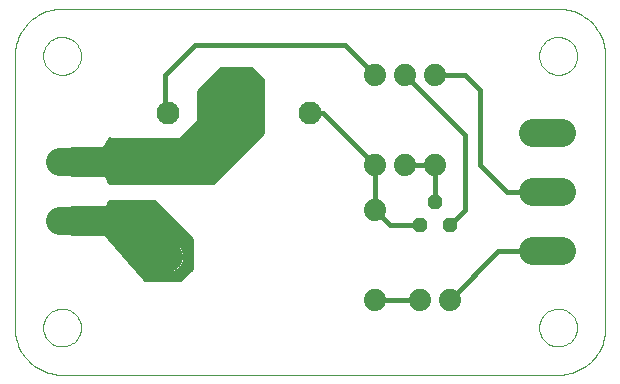
<source format=gtl>
G75*
G70*
%OFA0B0*%
%FSLAX24Y24*%
%IPPOS*%
%LPD*%
%AMOC8*
5,1,8,0,0,1.08239X$1,22.5*
%
%ADD10C,0.0740*%
%ADD11C,0.0937*%
%ADD12OC8,0.0480*%
%ADD13C,0.0768*%
%ADD14C,0.0000*%
%ADD15C,0.0160*%
%ADD16C,0.0100*%
%ADD17C,0.1000*%
D10*
X015135Y005916D03*
X016635Y005916D03*
X017635Y005916D03*
X015135Y008916D03*
X015135Y010416D03*
X016135Y010416D03*
X017135Y010416D03*
X017135Y013416D03*
X016135Y013416D03*
X015135Y013416D03*
D11*
X020422Y011475D02*
X021359Y011475D01*
X021359Y009506D02*
X020422Y009506D01*
X020422Y007538D02*
X021359Y007538D01*
X005591Y008534D02*
X004654Y008534D01*
X004654Y010502D02*
X005591Y010502D01*
D12*
X016635Y008416D03*
X017635Y008416D03*
X017135Y009166D03*
D13*
X012977Y012156D03*
X010615Y012943D03*
X008253Y012156D03*
X008253Y007353D03*
D14*
X004709Y003416D02*
X021245Y003416D01*
X020615Y004990D02*
X020617Y005040D01*
X020623Y005090D01*
X020633Y005139D01*
X020647Y005187D01*
X020664Y005234D01*
X020685Y005279D01*
X020710Y005323D01*
X020738Y005364D01*
X020770Y005403D01*
X020804Y005440D01*
X020841Y005474D01*
X020881Y005504D01*
X020923Y005531D01*
X020967Y005555D01*
X021013Y005576D01*
X021060Y005592D01*
X021108Y005605D01*
X021158Y005614D01*
X021207Y005619D01*
X021258Y005620D01*
X021308Y005617D01*
X021357Y005610D01*
X021406Y005599D01*
X021454Y005584D01*
X021500Y005566D01*
X021545Y005544D01*
X021588Y005518D01*
X021629Y005489D01*
X021668Y005457D01*
X021704Y005422D01*
X021736Y005384D01*
X021766Y005344D01*
X021793Y005301D01*
X021816Y005257D01*
X021835Y005211D01*
X021851Y005163D01*
X021863Y005114D01*
X021871Y005065D01*
X021875Y005015D01*
X021875Y004965D01*
X021871Y004915D01*
X021863Y004866D01*
X021851Y004817D01*
X021835Y004769D01*
X021816Y004723D01*
X021793Y004679D01*
X021766Y004636D01*
X021736Y004596D01*
X021704Y004558D01*
X021668Y004523D01*
X021629Y004491D01*
X021588Y004462D01*
X021545Y004436D01*
X021500Y004414D01*
X021454Y004396D01*
X021406Y004381D01*
X021357Y004370D01*
X021308Y004363D01*
X021258Y004360D01*
X021207Y004361D01*
X021158Y004366D01*
X021108Y004375D01*
X021060Y004388D01*
X021013Y004404D01*
X020967Y004425D01*
X020923Y004449D01*
X020881Y004476D01*
X020841Y004506D01*
X020804Y004540D01*
X020770Y004577D01*
X020738Y004616D01*
X020710Y004657D01*
X020685Y004701D01*
X020664Y004746D01*
X020647Y004793D01*
X020633Y004841D01*
X020623Y004890D01*
X020617Y004940D01*
X020615Y004990D01*
X021245Y003415D02*
X021322Y003417D01*
X021399Y003423D01*
X021476Y003432D01*
X021552Y003445D01*
X021628Y003462D01*
X021702Y003483D01*
X021776Y003507D01*
X021848Y003535D01*
X021918Y003566D01*
X021987Y003601D01*
X022055Y003639D01*
X022120Y003680D01*
X022183Y003725D01*
X022244Y003773D01*
X022303Y003823D01*
X022359Y003876D01*
X022412Y003932D01*
X022462Y003991D01*
X022510Y004052D01*
X022555Y004115D01*
X022596Y004180D01*
X022634Y004248D01*
X022669Y004317D01*
X022700Y004387D01*
X022728Y004459D01*
X022752Y004533D01*
X022773Y004607D01*
X022790Y004683D01*
X022803Y004759D01*
X022812Y004836D01*
X022818Y004913D01*
X022820Y004990D01*
X022820Y014046D01*
X020615Y014046D02*
X020617Y014096D01*
X020623Y014146D01*
X020633Y014195D01*
X020647Y014243D01*
X020664Y014290D01*
X020685Y014335D01*
X020710Y014379D01*
X020738Y014420D01*
X020770Y014459D01*
X020804Y014496D01*
X020841Y014530D01*
X020881Y014560D01*
X020923Y014587D01*
X020967Y014611D01*
X021013Y014632D01*
X021060Y014648D01*
X021108Y014661D01*
X021158Y014670D01*
X021207Y014675D01*
X021258Y014676D01*
X021308Y014673D01*
X021357Y014666D01*
X021406Y014655D01*
X021454Y014640D01*
X021500Y014622D01*
X021545Y014600D01*
X021588Y014574D01*
X021629Y014545D01*
X021668Y014513D01*
X021704Y014478D01*
X021736Y014440D01*
X021766Y014400D01*
X021793Y014357D01*
X021816Y014313D01*
X021835Y014267D01*
X021851Y014219D01*
X021863Y014170D01*
X021871Y014121D01*
X021875Y014071D01*
X021875Y014021D01*
X021871Y013971D01*
X021863Y013922D01*
X021851Y013873D01*
X021835Y013825D01*
X021816Y013779D01*
X021793Y013735D01*
X021766Y013692D01*
X021736Y013652D01*
X021704Y013614D01*
X021668Y013579D01*
X021629Y013547D01*
X021588Y013518D01*
X021545Y013492D01*
X021500Y013470D01*
X021454Y013452D01*
X021406Y013437D01*
X021357Y013426D01*
X021308Y013419D01*
X021258Y013416D01*
X021207Y013417D01*
X021158Y013422D01*
X021108Y013431D01*
X021060Y013444D01*
X021013Y013460D01*
X020967Y013481D01*
X020923Y013505D01*
X020881Y013532D01*
X020841Y013562D01*
X020804Y013596D01*
X020770Y013633D01*
X020738Y013672D01*
X020710Y013713D01*
X020685Y013757D01*
X020664Y013802D01*
X020647Y013849D01*
X020633Y013897D01*
X020623Y013946D01*
X020617Y013996D01*
X020615Y014046D01*
X021245Y015621D02*
X021322Y015619D01*
X021399Y015613D01*
X021476Y015604D01*
X021552Y015591D01*
X021628Y015574D01*
X021702Y015553D01*
X021776Y015529D01*
X021848Y015501D01*
X021918Y015470D01*
X021987Y015435D01*
X022055Y015397D01*
X022120Y015356D01*
X022183Y015311D01*
X022244Y015263D01*
X022303Y015213D01*
X022359Y015160D01*
X022412Y015104D01*
X022462Y015045D01*
X022510Y014984D01*
X022555Y014921D01*
X022596Y014856D01*
X022634Y014788D01*
X022669Y014719D01*
X022700Y014649D01*
X022728Y014577D01*
X022752Y014503D01*
X022773Y014429D01*
X022790Y014353D01*
X022803Y014277D01*
X022812Y014200D01*
X022818Y014123D01*
X022820Y014046D01*
X021245Y015620D02*
X004709Y015620D01*
X004079Y014046D02*
X004081Y014096D01*
X004087Y014146D01*
X004097Y014195D01*
X004111Y014243D01*
X004128Y014290D01*
X004149Y014335D01*
X004174Y014379D01*
X004202Y014420D01*
X004234Y014459D01*
X004268Y014496D01*
X004305Y014530D01*
X004345Y014560D01*
X004387Y014587D01*
X004431Y014611D01*
X004477Y014632D01*
X004524Y014648D01*
X004572Y014661D01*
X004622Y014670D01*
X004671Y014675D01*
X004722Y014676D01*
X004772Y014673D01*
X004821Y014666D01*
X004870Y014655D01*
X004918Y014640D01*
X004964Y014622D01*
X005009Y014600D01*
X005052Y014574D01*
X005093Y014545D01*
X005132Y014513D01*
X005168Y014478D01*
X005200Y014440D01*
X005230Y014400D01*
X005257Y014357D01*
X005280Y014313D01*
X005299Y014267D01*
X005315Y014219D01*
X005327Y014170D01*
X005335Y014121D01*
X005339Y014071D01*
X005339Y014021D01*
X005335Y013971D01*
X005327Y013922D01*
X005315Y013873D01*
X005299Y013825D01*
X005280Y013779D01*
X005257Y013735D01*
X005230Y013692D01*
X005200Y013652D01*
X005168Y013614D01*
X005132Y013579D01*
X005093Y013547D01*
X005052Y013518D01*
X005009Y013492D01*
X004964Y013470D01*
X004918Y013452D01*
X004870Y013437D01*
X004821Y013426D01*
X004772Y013419D01*
X004722Y013416D01*
X004671Y013417D01*
X004622Y013422D01*
X004572Y013431D01*
X004524Y013444D01*
X004477Y013460D01*
X004431Y013481D01*
X004387Y013505D01*
X004345Y013532D01*
X004305Y013562D01*
X004268Y013596D01*
X004234Y013633D01*
X004202Y013672D01*
X004174Y013713D01*
X004149Y013757D01*
X004128Y013802D01*
X004111Y013849D01*
X004097Y013897D01*
X004087Y013946D01*
X004081Y013996D01*
X004079Y014046D01*
X003134Y014046D02*
X003136Y014123D01*
X003142Y014200D01*
X003151Y014277D01*
X003164Y014353D01*
X003181Y014429D01*
X003202Y014503D01*
X003226Y014577D01*
X003254Y014649D01*
X003285Y014719D01*
X003320Y014788D01*
X003358Y014856D01*
X003399Y014921D01*
X003444Y014984D01*
X003492Y015045D01*
X003542Y015104D01*
X003595Y015160D01*
X003651Y015213D01*
X003710Y015263D01*
X003771Y015311D01*
X003834Y015356D01*
X003899Y015397D01*
X003967Y015435D01*
X004036Y015470D01*
X004106Y015501D01*
X004178Y015529D01*
X004252Y015553D01*
X004326Y015574D01*
X004402Y015591D01*
X004478Y015604D01*
X004555Y015613D01*
X004632Y015619D01*
X004709Y015621D01*
X003135Y014046D02*
X003135Y004990D01*
X004079Y004990D02*
X004081Y005040D01*
X004087Y005090D01*
X004097Y005139D01*
X004111Y005187D01*
X004128Y005234D01*
X004149Y005279D01*
X004174Y005323D01*
X004202Y005364D01*
X004234Y005403D01*
X004268Y005440D01*
X004305Y005474D01*
X004345Y005504D01*
X004387Y005531D01*
X004431Y005555D01*
X004477Y005576D01*
X004524Y005592D01*
X004572Y005605D01*
X004622Y005614D01*
X004671Y005619D01*
X004722Y005620D01*
X004772Y005617D01*
X004821Y005610D01*
X004870Y005599D01*
X004918Y005584D01*
X004964Y005566D01*
X005009Y005544D01*
X005052Y005518D01*
X005093Y005489D01*
X005132Y005457D01*
X005168Y005422D01*
X005200Y005384D01*
X005230Y005344D01*
X005257Y005301D01*
X005280Y005257D01*
X005299Y005211D01*
X005315Y005163D01*
X005327Y005114D01*
X005335Y005065D01*
X005339Y005015D01*
X005339Y004965D01*
X005335Y004915D01*
X005327Y004866D01*
X005315Y004817D01*
X005299Y004769D01*
X005280Y004723D01*
X005257Y004679D01*
X005230Y004636D01*
X005200Y004596D01*
X005168Y004558D01*
X005132Y004523D01*
X005093Y004491D01*
X005052Y004462D01*
X005009Y004436D01*
X004964Y004414D01*
X004918Y004396D01*
X004870Y004381D01*
X004821Y004370D01*
X004772Y004363D01*
X004722Y004360D01*
X004671Y004361D01*
X004622Y004366D01*
X004572Y004375D01*
X004524Y004388D01*
X004477Y004404D01*
X004431Y004425D01*
X004387Y004449D01*
X004345Y004476D01*
X004305Y004506D01*
X004268Y004540D01*
X004234Y004577D01*
X004202Y004616D01*
X004174Y004657D01*
X004149Y004701D01*
X004128Y004746D01*
X004111Y004793D01*
X004097Y004841D01*
X004087Y004890D01*
X004081Y004940D01*
X004079Y004990D01*
X003134Y004990D02*
X003136Y004913D01*
X003142Y004836D01*
X003151Y004759D01*
X003164Y004683D01*
X003181Y004607D01*
X003202Y004533D01*
X003226Y004459D01*
X003254Y004387D01*
X003285Y004317D01*
X003320Y004248D01*
X003358Y004180D01*
X003399Y004115D01*
X003444Y004052D01*
X003492Y003991D01*
X003542Y003932D01*
X003595Y003876D01*
X003651Y003823D01*
X003710Y003773D01*
X003771Y003725D01*
X003834Y003680D01*
X003899Y003639D01*
X003967Y003601D01*
X004036Y003566D01*
X004106Y003535D01*
X004178Y003507D01*
X004252Y003483D01*
X004326Y003462D01*
X004402Y003445D01*
X004478Y003432D01*
X004555Y003423D01*
X004632Y003417D01*
X004709Y003415D01*
D15*
X015135Y005916D02*
X016635Y005916D01*
X017635Y005916D02*
X019257Y007538D01*
X020891Y007538D01*
X018135Y008916D02*
X018135Y011416D01*
X016135Y013416D01*
X017135Y013416D02*
X018135Y013416D01*
X018635Y012916D01*
X018635Y010416D01*
X019535Y009516D01*
X020891Y009506D01*
X018135Y008916D02*
X017635Y008416D01*
X016635Y008416D02*
X015635Y008416D01*
X015135Y008916D01*
X015135Y010416D01*
X013394Y012156D01*
X012977Y012156D01*
X015135Y013416D02*
X014135Y014416D01*
X009135Y014416D01*
X008135Y013416D01*
X008135Y012416D01*
X008253Y012298D01*
X008253Y012156D01*
X016135Y010416D02*
X017135Y010416D01*
X017135Y009166D01*
D16*
X011402Y011486D02*
X009738Y009794D01*
X006285Y009816D01*
X006188Y010040D01*
X006096Y010144D01*
X006120Y010178D01*
X006165Y010265D01*
X006195Y010357D01*
X006210Y010452D01*
X005824Y010452D01*
X005791Y010490D01*
X005829Y010552D01*
X006210Y010552D01*
X006195Y010647D01*
X006165Y010740D01*
X006120Y010826D01*
X006063Y010905D01*
X006053Y010915D01*
X006284Y011290D01*
X006297Y011294D01*
X006311Y011294D01*
X006324Y011290D01*
X008646Y011290D01*
X009237Y011880D01*
X009237Y012864D01*
X010024Y013652D01*
X011009Y013652D01*
X011402Y013258D01*
X011402Y011486D01*
X011402Y011493D02*
X008849Y011493D01*
X008751Y011394D02*
X011312Y011394D01*
X011215Y011296D02*
X008652Y011296D01*
X008948Y011591D02*
X011402Y011591D01*
X011402Y011690D02*
X009046Y011690D01*
X009145Y011788D02*
X011402Y011788D01*
X011402Y011887D02*
X009237Y011887D01*
X009237Y011985D02*
X011402Y011985D01*
X011402Y012084D02*
X009237Y012084D01*
X009237Y012182D02*
X011402Y012182D01*
X011402Y012281D02*
X009237Y012281D01*
X009237Y012379D02*
X011402Y012379D01*
X011402Y012478D02*
X010877Y012478D01*
X010895Y012487D02*
X010820Y012448D01*
X010740Y012422D01*
X010665Y012411D01*
X010665Y012893D01*
X010565Y012893D01*
X010565Y012411D01*
X010490Y012422D01*
X010410Y012448D01*
X010335Y012487D01*
X010267Y012536D01*
X010208Y012595D01*
X010158Y012663D01*
X010120Y012738D01*
X010094Y012818D01*
X010082Y012893D01*
X010565Y012893D01*
X010565Y012993D01*
X010082Y012993D01*
X010094Y013068D01*
X010120Y013148D01*
X010158Y013223D01*
X010208Y013291D01*
X010267Y013350D01*
X010335Y013400D01*
X010410Y013438D01*
X010490Y013464D01*
X010565Y013476D01*
X010565Y012993D01*
X010665Y012993D01*
X011148Y012993D01*
X011136Y013068D01*
X011110Y013148D01*
X011072Y013223D01*
X011022Y013291D01*
X010963Y013350D01*
X010895Y013400D01*
X010820Y013438D01*
X010740Y013464D01*
X010665Y013476D01*
X010665Y012993D01*
X010665Y012893D01*
X011148Y012893D01*
X011136Y012818D01*
X011110Y012738D01*
X011072Y012663D01*
X011022Y012595D01*
X010963Y012536D01*
X010895Y012487D01*
X011003Y012576D02*
X011402Y012576D01*
X011402Y012675D02*
X011077Y012675D01*
X011121Y012773D02*
X011402Y012773D01*
X011402Y012872D02*
X011144Y012872D01*
X011136Y013069D02*
X011402Y013069D01*
X011402Y013167D02*
X011100Y013167D01*
X011041Y013266D02*
X011395Y013266D01*
X011296Y013364D02*
X010944Y013364D01*
X010744Y013463D02*
X011198Y013463D01*
X011099Y013561D02*
X009934Y013561D01*
X009835Y013463D02*
X010486Y013463D01*
X010565Y013463D02*
X010665Y013463D01*
X010665Y013364D02*
X010565Y013364D01*
X010565Y013266D02*
X010665Y013266D01*
X010665Y013167D02*
X010565Y013167D01*
X010565Y013069D02*
X010665Y013069D01*
X010665Y012970D02*
X011402Y012970D01*
X010665Y012872D02*
X010565Y012872D01*
X010565Y012970D02*
X009343Y012970D01*
X009441Y013069D02*
X010094Y013069D01*
X010130Y013167D02*
X009540Y013167D01*
X009638Y013266D02*
X010189Y013266D01*
X010286Y013364D02*
X009737Y013364D01*
X010086Y012872D02*
X009244Y012872D01*
X009237Y012773D02*
X010109Y012773D01*
X010153Y012675D02*
X009237Y012675D01*
X009237Y012576D02*
X010227Y012576D01*
X010353Y012478D02*
X009237Y012478D01*
X010565Y012478D02*
X010665Y012478D01*
X010665Y012576D02*
X010565Y012576D01*
X010565Y012675D02*
X010665Y012675D01*
X010665Y012773D02*
X010565Y012773D01*
X011118Y011197D02*
X006227Y011197D01*
X006166Y011099D02*
X011021Y011099D01*
X010924Y011000D02*
X006105Y011000D01*
X006066Y010902D02*
X010827Y010902D01*
X010730Y010803D02*
X006132Y010803D01*
X006176Y010705D02*
X010634Y010705D01*
X010537Y010606D02*
X006201Y010606D01*
X006203Y010409D02*
X010343Y010409D01*
X010246Y010311D02*
X006179Y010311D01*
X006138Y010212D02*
X010149Y010212D01*
X010053Y010114D02*
X006123Y010114D01*
X006199Y010015D02*
X009956Y010015D01*
X009859Y009917D02*
X006241Y009917D01*
X006284Y009818D02*
X009762Y009818D01*
X010440Y010508D02*
X005801Y010508D01*
X006285Y009216D02*
X006206Y009046D01*
X006064Y008936D01*
X006120Y008858D01*
X006165Y008771D01*
X006195Y008679D01*
X006210Y008584D01*
X005735Y008584D01*
X005821Y008484D01*
X006210Y008484D01*
X006195Y008389D01*
X006165Y008296D01*
X006120Y008210D01*
X006091Y008169D01*
X007465Y006565D01*
X008646Y006565D01*
X009040Y006959D01*
X009040Y007943D01*
X007788Y009212D01*
X006285Y009216D01*
X006244Y009129D02*
X007871Y009129D01*
X007968Y009030D02*
X006186Y009030D01*
X006067Y008932D02*
X008065Y008932D01*
X008162Y008833D02*
X006133Y008833D01*
X006176Y008735D02*
X008259Y008735D01*
X008356Y008636D02*
X006201Y008636D01*
X006203Y008439D02*
X008551Y008439D01*
X008648Y008341D02*
X006179Y008341D01*
X006137Y008242D02*
X008745Y008242D01*
X008842Y008144D02*
X006112Y008144D01*
X006197Y008045D02*
X008940Y008045D01*
X009037Y007947D02*
X006281Y007947D01*
X006366Y007848D02*
X008050Y007848D01*
X008048Y007847D02*
X007973Y007809D01*
X007905Y007760D01*
X007846Y007700D01*
X007796Y007632D01*
X007758Y007558D01*
X007732Y007478D01*
X007720Y007403D01*
X008203Y007403D01*
X008203Y007885D01*
X008128Y007873D01*
X008048Y007847D01*
X008203Y007848D02*
X008303Y007848D01*
X008303Y007885D02*
X008303Y007403D01*
X008203Y007403D01*
X008203Y007303D01*
X007720Y007303D01*
X007732Y007228D01*
X007758Y007148D01*
X007796Y007073D01*
X007846Y007005D01*
X007905Y006945D01*
X007973Y006896D01*
X008048Y006858D01*
X008128Y006832D01*
X008203Y006820D01*
X008203Y007303D01*
X008303Y007303D01*
X008303Y007403D01*
X008785Y007403D01*
X008773Y007478D01*
X008748Y007558D01*
X008709Y007632D01*
X008660Y007700D01*
X008601Y007760D01*
X008533Y007809D01*
X008458Y007847D01*
X008378Y007873D01*
X008303Y007885D01*
X008303Y007750D02*
X008203Y007750D01*
X008203Y007651D02*
X008303Y007651D01*
X008303Y007553D02*
X008203Y007553D01*
X008203Y007454D02*
X008303Y007454D01*
X008303Y007356D02*
X009040Y007356D01*
X009040Y007454D02*
X008777Y007454D01*
X008749Y007553D02*
X009040Y007553D01*
X009040Y007651D02*
X008696Y007651D01*
X008611Y007750D02*
X009040Y007750D01*
X009040Y007848D02*
X008455Y007848D01*
X007895Y007750D02*
X006450Y007750D01*
X006535Y007651D02*
X007810Y007651D01*
X007756Y007553D02*
X006619Y007553D01*
X006703Y007454D02*
X007728Y007454D01*
X007727Y007257D02*
X006872Y007257D01*
X006788Y007356D02*
X008203Y007356D01*
X008203Y007257D02*
X008303Y007257D01*
X008303Y007303D02*
X008303Y006820D01*
X008378Y006832D01*
X008458Y006858D01*
X008533Y006896D01*
X008601Y006945D01*
X008660Y007005D01*
X008709Y007073D01*
X008748Y007148D01*
X008773Y007228D01*
X008785Y007303D01*
X008303Y007303D01*
X008303Y007159D02*
X008203Y007159D01*
X008203Y007060D02*
X008303Y007060D01*
X008303Y006962D02*
X008203Y006962D01*
X008203Y006863D02*
X008303Y006863D01*
X008468Y006863D02*
X008944Y006863D01*
X009040Y006962D02*
X008617Y006962D01*
X008700Y007060D02*
X009040Y007060D01*
X009040Y007159D02*
X008751Y007159D01*
X008778Y007257D02*
X009040Y007257D01*
X008846Y006765D02*
X007294Y006765D01*
X007210Y006863D02*
X008038Y006863D01*
X007889Y006962D02*
X007126Y006962D01*
X007041Y007060D02*
X007805Y007060D01*
X007754Y007159D02*
X006957Y007159D01*
X007379Y006666D02*
X008747Y006666D01*
X008649Y006568D02*
X007463Y006568D01*
X008454Y008538D02*
X005775Y008538D01*
D17*
X005123Y008534D02*
X007072Y008534D01*
X008253Y007353D01*
X009221Y010502D02*
X005123Y010502D01*
X009221Y010502D02*
X010635Y011916D01*
X010635Y012923D01*
X010615Y012943D01*
M02*

</source>
